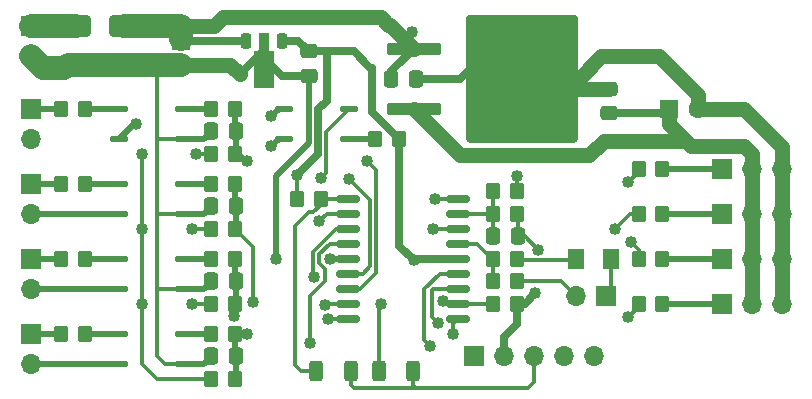
<source format=gtl>
G04 #@! TF.GenerationSoftware,KiCad,Pcbnew,8.0.6*
G04 #@! TF.CreationDate,2024-10-31T15:11:46-07:00*
G04 #@! TF.ProjectId,RocketServo,526f636b-6574-4536-9572-766f2e6b6963,n/c*
G04 #@! TF.SameCoordinates,Original*
G04 #@! TF.FileFunction,Copper,L1,Top*
G04 #@! TF.FilePolarity,Positive*
%FSLAX46Y46*%
G04 Gerber Fmt 4.6, Leading zero omitted, Abs format (unit mm)*
G04 Created by KiCad (PCBNEW 8.0.6) date 2024-10-31 15:11:46*
%MOMM*%
%LPD*%
G01*
G04 APERTURE LIST*
G04 Aperture macros list*
%AMRoundRect*
0 Rectangle with rounded corners*
0 $1 Rounding radius*
0 $2 $3 $4 $5 $6 $7 $8 $9 X,Y pos of 4 corners*
0 Add a 4 corners polygon primitive as box body*
4,1,4,$2,$3,$4,$5,$6,$7,$8,$9,$2,$3,0*
0 Add four circle primitives for the rounded corners*
1,1,$1+$1,$2,$3*
1,1,$1+$1,$4,$5*
1,1,$1+$1,$6,$7*
1,1,$1+$1,$8,$9*
0 Add four rect primitives between the rounded corners*
20,1,$1+$1,$2,$3,$4,$5,0*
20,1,$1+$1,$4,$5,$6,$7,0*
20,1,$1+$1,$6,$7,$8,$9,0*
20,1,$1+$1,$8,$9,$2,$3,0*%
%AMFreePoly0*
4,1,9,3.862500,-0.866500,0.737500,-0.866500,0.737500,-0.450000,-0.737500,-0.450000,-0.737500,0.450000,0.737500,0.450000,0.737500,0.866500,3.862500,0.866500,3.862500,-0.866500,3.862500,-0.866500,$1*%
G04 Aperture macros list end*
G04 #@! TA.AperFunction,SMDPad,CuDef*
%ADD10RoundRect,0.137500X-0.587500X-0.137500X0.587500X-0.137500X0.587500X0.137500X-0.587500X0.137500X0*%
G04 #@! TD*
G04 #@! TA.AperFunction,SMDPad,CuDef*
%ADD11RoundRect,0.150000X-0.875000X-0.150000X0.875000X-0.150000X0.875000X0.150000X-0.875000X0.150000X0*%
G04 #@! TD*
G04 #@! TA.AperFunction,SMDPad,CuDef*
%ADD12RoundRect,0.137500X0.587500X0.137500X-0.587500X0.137500X-0.587500X-0.137500X0.587500X-0.137500X0*%
G04 #@! TD*
G04 #@! TA.AperFunction,SMDPad,CuDef*
%ADD13RoundRect,0.225000X-0.225000X0.425000X-0.225000X-0.425000X0.225000X-0.425000X0.225000X0.425000X0*%
G04 #@! TD*
G04 #@! TA.AperFunction,SMDPad,CuDef*
%ADD14FreePoly0,270.000000*%
G04 #@! TD*
G04 #@! TA.AperFunction,SMDPad,CuDef*
%ADD15RoundRect,0.250000X-2.050000X-0.300000X2.050000X-0.300000X2.050000X0.300000X-2.050000X0.300000X0*%
G04 #@! TD*
G04 #@! TA.AperFunction,SMDPad,CuDef*
%ADD16RoundRect,0.250000X-2.025000X-2.375000X2.025000X-2.375000X2.025000X2.375000X-2.025000X2.375000X0*%
G04 #@! TD*
G04 #@! TA.AperFunction,SMDPad,CuDef*
%ADD17RoundRect,0.250002X-4.449998X-5.149998X4.449998X-5.149998X4.449998X5.149998X-4.449998X5.149998X0*%
G04 #@! TD*
G04 #@! TA.AperFunction,SMDPad,CuDef*
%ADD18RoundRect,0.250000X-0.312500X-0.625000X0.312500X-0.625000X0.312500X0.625000X-0.312500X0.625000X0*%
G04 #@! TD*
G04 #@! TA.AperFunction,SMDPad,CuDef*
%ADD19RoundRect,0.250000X-0.350000X-0.450000X0.350000X-0.450000X0.350000X0.450000X-0.350000X0.450000X0*%
G04 #@! TD*
G04 #@! TA.AperFunction,SMDPad,CuDef*
%ADD20RoundRect,0.250000X0.350000X0.450000X-0.350000X0.450000X-0.350000X-0.450000X0.350000X-0.450000X0*%
G04 #@! TD*
G04 #@! TA.AperFunction,ComponentPad*
%ADD21R,1.700000X1.700000*%
G04 #@! TD*
G04 #@! TA.AperFunction,ComponentPad*
%ADD22O,1.700000X1.700000*%
G04 #@! TD*
G04 #@! TA.AperFunction,SMDPad,CuDef*
%ADD23RoundRect,0.250001X-0.462499X-0.624999X0.462499X-0.624999X0.462499X0.624999X-0.462499X0.624999X0*%
G04 #@! TD*
G04 #@! TA.AperFunction,SMDPad,CuDef*
%ADD24RoundRect,0.250000X1.000000X0.650000X-1.000000X0.650000X-1.000000X-0.650000X1.000000X-0.650000X0*%
G04 #@! TD*
G04 #@! TA.AperFunction,SMDPad,CuDef*
%ADD25RoundRect,0.250000X0.337500X0.475000X-0.337500X0.475000X-0.337500X-0.475000X0.337500X-0.475000X0*%
G04 #@! TD*
G04 #@! TA.AperFunction,SMDPad,CuDef*
%ADD26RoundRect,0.250000X-0.337500X-0.475000X0.337500X-0.475000X0.337500X0.475000X-0.337500X0.475000X0*%
G04 #@! TD*
G04 #@! TA.AperFunction,ComponentPad*
%ADD27R,1.600000X1.600000*%
G04 #@! TD*
G04 #@! TA.AperFunction,ComponentPad*
%ADD28C,1.600000*%
G04 #@! TD*
G04 #@! TA.AperFunction,SMDPad,CuDef*
%ADD29RoundRect,0.250000X-0.475000X0.337500X-0.475000X-0.337500X0.475000X-0.337500X0.475000X0.337500X0*%
G04 #@! TD*
G04 #@! TA.AperFunction,SMDPad,CuDef*
%ADD30RoundRect,0.250000X0.475000X-0.337500X0.475000X0.337500X-0.475000X0.337500X-0.475000X-0.337500X0*%
G04 #@! TD*
G04 #@! TA.AperFunction,ViaPad*
%ADD31C,1.016000*%
G04 #@! TD*
G04 #@! TA.AperFunction,Conductor*
%ADD32C,0.304800*%
G04 #@! TD*
G04 #@! TA.AperFunction,Conductor*
%ADD33C,1.270000*%
G04 #@! TD*
G04 #@! TA.AperFunction,Conductor*
%ADD34C,0.635000*%
G04 #@! TD*
G04 #@! TA.AperFunction,Conductor*
%ADD35C,0.508000*%
G04 #@! TD*
G04 #@! TA.AperFunction,Conductor*
%ADD36C,2.032000*%
G04 #@! TD*
G04 APERTURE END LIST*
D10*
X88690000Y-120015000D03*
X88690000Y-122555000D03*
X94190000Y-122555000D03*
X94190000Y-120015000D03*
X88690000Y-113665000D03*
X88690000Y-116205000D03*
X94190000Y-116205000D03*
X94190000Y-113665000D03*
X88690000Y-107315000D03*
X88690000Y-109855000D03*
X94190000Y-109855000D03*
X94190000Y-107315000D03*
D11*
X108110000Y-108585000D03*
X108110000Y-109855000D03*
X108110000Y-111125000D03*
X108110000Y-112395000D03*
X108110000Y-113665000D03*
X108110000Y-114935000D03*
X108110000Y-116205000D03*
X108110000Y-117475000D03*
X108110000Y-118745000D03*
X117410000Y-118745000D03*
X117410000Y-117475000D03*
X117410000Y-116205000D03*
X117410000Y-114935000D03*
X117410000Y-113665000D03*
X117410000Y-112395000D03*
X117410000Y-111125000D03*
X117410000Y-109855000D03*
X117410000Y-108585000D03*
D12*
X108160000Y-103505000D03*
X108160000Y-100965000D03*
X102660000Y-100965000D03*
X102660000Y-103505000D03*
D10*
X88690000Y-100965000D03*
X88690000Y-103505000D03*
X94190000Y-103505000D03*
X94190000Y-100965000D03*
D13*
X102465000Y-95205000D03*
D14*
X100965000Y-95292500D03*
D13*
X99465000Y-95205000D03*
D15*
X113665000Y-95885000D03*
D16*
X120390000Y-95650000D03*
X120390000Y-101200000D03*
D17*
X122815000Y-98425000D03*
D16*
X125240000Y-95650000D03*
X125240000Y-101200000D03*
D15*
X113665000Y-100965000D03*
D18*
X110682500Y-123190000D03*
X113607500Y-123190000D03*
X105410000Y-123190000D03*
X108335000Y-123190000D03*
D19*
X96520000Y-123825000D03*
X98520000Y-123825000D03*
X96520000Y-117475000D03*
X98520000Y-117475000D03*
X96520000Y-111125000D03*
X98520000Y-111125000D03*
D20*
X98520000Y-120015000D03*
X96520000Y-120015000D03*
X98520000Y-113665000D03*
X96520000Y-113665000D03*
X98520000Y-107315000D03*
X96520000Y-107315000D03*
X85820000Y-120015000D03*
X83820000Y-120015000D03*
X85820000Y-113665000D03*
X83820000Y-113665000D03*
X85820000Y-107315000D03*
X83820000Y-107315000D03*
X122380000Y-113665000D03*
X120380000Y-113665000D03*
X134715000Y-117475000D03*
X132715000Y-117475000D03*
X134715000Y-113665000D03*
X132715000Y-113665000D03*
X134715000Y-109855000D03*
X132715000Y-109855000D03*
X112395000Y-103505000D03*
X110395000Y-103505000D03*
X122380000Y-109855000D03*
X120380000Y-109855000D03*
D19*
X120380000Y-107950000D03*
X122380000Y-107950000D03*
X120380000Y-115570000D03*
X122380000Y-115570000D03*
D20*
X122380000Y-117475000D03*
X120380000Y-117475000D03*
D19*
X103775000Y-108585000D03*
X105775000Y-108585000D03*
D20*
X134715000Y-106045000D03*
X132715000Y-106045000D03*
D19*
X96520000Y-104775000D03*
X98520000Y-104775000D03*
D20*
X98520000Y-100965000D03*
X96520000Y-100965000D03*
X85820000Y-100965000D03*
X83820000Y-100965000D03*
D21*
X139795000Y-117475000D03*
D22*
X142335000Y-117475000D03*
X144875000Y-117475000D03*
D21*
X139795000Y-113665000D03*
D22*
X142335000Y-113665000D03*
X144875000Y-113665000D03*
D21*
X139795000Y-109855000D03*
D22*
X142335000Y-109855000D03*
X144875000Y-109855000D03*
D21*
X139795000Y-106045000D03*
D22*
X142335000Y-106045000D03*
X144875000Y-106045000D03*
D21*
X81280000Y-120015000D03*
D22*
X81280000Y-122555000D03*
D21*
X81280000Y-113665000D03*
D22*
X81280000Y-116205000D03*
D21*
X81280000Y-107315000D03*
D22*
X81280000Y-109855000D03*
D21*
X81280000Y-100965000D03*
D22*
X81280000Y-103505000D03*
X81280000Y-96520000D03*
D21*
X81280000Y-93980000D03*
X129905000Y-116840000D03*
D22*
X127365000Y-116840000D03*
D21*
X118745000Y-121920000D03*
D22*
X121285000Y-121920000D03*
X123825000Y-121920000D03*
X126365000Y-121920000D03*
X128905000Y-121920000D03*
D23*
X127365000Y-113665000D03*
X130340000Y-113665000D03*
D24*
X89090000Y-93980000D03*
X85090000Y-93980000D03*
D25*
X98595000Y-121920000D03*
X96520000Y-121920000D03*
X98595000Y-115570000D03*
X96520000Y-115570000D03*
X98595000Y-109220000D03*
X96520000Y-109220000D03*
D26*
X120380000Y-111760000D03*
X122455000Y-111760000D03*
X111760000Y-98425000D03*
X113835000Y-98425000D03*
D27*
X135255000Y-100965000D03*
D28*
X137755000Y-100965000D03*
D29*
X104775000Y-96117500D03*
X104775000Y-98192500D03*
D30*
X130175000Y-101367500D03*
X130175000Y-99292500D03*
D27*
X93980000Y-95250000D03*
D28*
X93980000Y-97250000D03*
D25*
X98595000Y-102870000D03*
X96520000Y-102870000D03*
D31*
X122428000Y-106680000D03*
X113538000Y-94488000D03*
X124206000Y-112903000D03*
X106553000Y-113665000D03*
X101981000Y-113665000D03*
X115443000Y-108585000D03*
X105791000Y-106807000D03*
X113638856Y-113813400D03*
X123952000Y-116586000D03*
X122815000Y-98425000D03*
X103759000Y-106553000D03*
X95250000Y-104775000D03*
X90678000Y-104775000D03*
X90678000Y-111125000D03*
X90678000Y-117475000D03*
X94869000Y-111125000D03*
X94869000Y-117475000D03*
X115697000Y-119126000D03*
X115062000Y-121031000D03*
X110871000Y-117475000D03*
X116099400Y-117274627D03*
X104902000Y-120777000D03*
X106117251Y-117547251D03*
X100076000Y-117348000D03*
X106426000Y-118745000D03*
X98425000Y-118491000D03*
X99568000Y-120015000D03*
X116967000Y-120036400D03*
X131826000Y-107188000D03*
X108204000Y-106934000D03*
X130683000Y-111125000D03*
X115316000Y-111125000D03*
X132080000Y-112268000D03*
X105664000Y-110490000D03*
X131826000Y-118618000D03*
X105210749Y-115243749D03*
X109728000Y-105410000D03*
X99568000Y-105410000D03*
X90170000Y-102235000D03*
X101600000Y-101600000D03*
X101600000Y-104140000D03*
D32*
X113665000Y-124587000D02*
X108585000Y-124587000D01*
X123317000Y-124587000D02*
X113665000Y-124587000D01*
X113665000Y-124587000D02*
X113665000Y-124460000D01*
X113665000Y-124460000D02*
X113607500Y-124402500D01*
X123825000Y-121920000D02*
X123825000Y-124079000D01*
X123825000Y-124079000D02*
X123317000Y-124587000D01*
X108585000Y-124587000D02*
X108335000Y-124337000D01*
D33*
X136715500Y-103695500D02*
X129730500Y-103695500D01*
D32*
X122380000Y-107950000D02*
X122380000Y-106728000D01*
D33*
X117606000Y-104906000D02*
X113665000Y-100965000D01*
X129730500Y-103695500D02*
X128520000Y-104906000D01*
D32*
X122380000Y-106728000D02*
X122428000Y-106680000D01*
D33*
X137160000Y-104140000D02*
X136715500Y-103695500D01*
D32*
X113538000Y-94488000D02*
X113538000Y-95758000D01*
X113538000Y-95758000D02*
X113665000Y-95885000D01*
D33*
X128520000Y-104906000D02*
X117606000Y-104906000D01*
D34*
X112395000Y-112569544D02*
X113638856Y-113813400D01*
X113787256Y-113665000D02*
X113638856Y-113813400D01*
D32*
X127216600Y-113813400D02*
X127365000Y-113665000D01*
X122380000Y-113665000D02*
X122528400Y-113813400D01*
X122528400Y-113813400D02*
X127216600Y-113813400D01*
X123063000Y-111760000D02*
X124206000Y-112903000D01*
X122455000Y-111760000D02*
X123063000Y-111760000D01*
D34*
X112395000Y-103505000D02*
X112395000Y-112569544D01*
X117410000Y-113665000D02*
X113787256Y-113665000D01*
X106150500Y-96117500D02*
X106275518Y-96242518D01*
D32*
X105791000Y-106807000D02*
X106216400Y-106381600D01*
D34*
X105546500Y-101024118D02*
X105546500Y-104765500D01*
X104775000Y-96117500D02*
X106150500Y-96117500D01*
D32*
X105642600Y-113287899D02*
X106535499Y-112395000D01*
X106216400Y-106381600D02*
X106216400Y-102908600D01*
D34*
X106275518Y-100295100D02*
X105546500Y-101024118D01*
D35*
X108110000Y-113665000D02*
X106553000Y-113665000D01*
D32*
X106175899Y-114575400D02*
X105642600Y-114042101D01*
D34*
X106275518Y-96242518D02*
X106275518Y-100295100D01*
X105546500Y-104765500D02*
X103759000Y-106553000D01*
D32*
X105642600Y-114042101D02*
X105642600Y-113287899D01*
X108110000Y-111125000D02*
X107085001Y-111125000D01*
D35*
X101981000Y-106680000D02*
X104775000Y-103886000D01*
D32*
X107085001Y-111125000D02*
X105137800Y-113072201D01*
X105137800Y-115170800D02*
X105210749Y-115243749D01*
X106175899Y-115566101D02*
X106175899Y-114575400D01*
X105137800Y-113072201D02*
X105137800Y-115170800D01*
X106216400Y-102908600D02*
X108160000Y-100965000D01*
X104902000Y-116840000D02*
X106175899Y-115566101D01*
X106535499Y-112395000D02*
X108110000Y-112395000D01*
X104902000Y-120777000D02*
X104902000Y-116840000D01*
D35*
X101981000Y-113665000D02*
X101981000Y-106680000D01*
X104775000Y-103886000D02*
X104775000Y-98192500D01*
D32*
X117410000Y-108585000D02*
X115443000Y-108585000D01*
D34*
X112395000Y-103505000D02*
X110109000Y-101219000D01*
X110109000Y-97536000D02*
X109982000Y-97536000D01*
X110109000Y-101219000D02*
X110109000Y-97536000D01*
X109982000Y-97536000D02*
X108563500Y-96117500D01*
X108563500Y-96117500D02*
X104775000Y-96117500D01*
X122380000Y-117475000D02*
X123063000Y-117475000D01*
X123063000Y-117475000D02*
X123952000Y-116586000D01*
D32*
X103759000Y-106553000D02*
X103759000Y-108569000D01*
X103759000Y-108569000D02*
X103775000Y-108585000D01*
D36*
X84344000Y-97266000D02*
X92075000Y-97266000D01*
X92075000Y-97266000D02*
X93980000Y-97266000D01*
D32*
X91948000Y-103505000D02*
X91948000Y-97393000D01*
X91948000Y-97393000D02*
X92075000Y-97266000D01*
X96520000Y-104775000D02*
X95250000Y-104775000D01*
X90678000Y-111125000D02*
X90678000Y-104775000D01*
X90678000Y-117475000D02*
X90678000Y-111125000D01*
X94869000Y-123825000D02*
X91948000Y-123825000D01*
X91948000Y-123825000D02*
X90678000Y-122555000D01*
X90678000Y-122555000D02*
X90678000Y-117475000D01*
X91948000Y-109855000D02*
X91948000Y-103505000D01*
X91948000Y-103505000D02*
X94190000Y-103505000D01*
X91948000Y-116205000D02*
X91948000Y-109855000D01*
X91948000Y-109855000D02*
X94190000Y-109855000D01*
X94190000Y-122555000D02*
X92583000Y-122555000D01*
X92583000Y-122555000D02*
X91948000Y-121920000D01*
X91948000Y-121920000D02*
X91948000Y-116205000D01*
X91948000Y-116205000D02*
X94190000Y-116205000D01*
X96520000Y-111125000D02*
X94869000Y-111125000D01*
X94869000Y-117475000D02*
X96520000Y-117475000D01*
X96520000Y-123825000D02*
X94869000Y-123825000D01*
X115697000Y-119126000D02*
X115189000Y-118618000D01*
X115189000Y-118618000D02*
X115189000Y-116332000D01*
X115189000Y-116332000D02*
X115316000Y-116205000D01*
X115316000Y-116205000D02*
X117410000Y-116205000D01*
X115872104Y-114935000D02*
X117410000Y-114935000D01*
X114557200Y-120526200D02*
X114557200Y-116249904D01*
X114557200Y-116249904D02*
X115872104Y-114935000D01*
X115062000Y-121031000D02*
X114557200Y-120526200D01*
X117410000Y-118745000D02*
X116967000Y-119188000D01*
X117410000Y-117475000D02*
X116299773Y-117475000D01*
X116967000Y-119188000D02*
X116967000Y-120036400D01*
X116299773Y-117475000D02*
X116099400Y-117274627D01*
X127365000Y-116840000D02*
X126095000Y-115570000D01*
X126095000Y-115570000D02*
X122380000Y-115570000D01*
X105410000Y-123190000D02*
X104140000Y-123190000D01*
X104140000Y-123190000D02*
X103632000Y-122682000D01*
X103632000Y-122682000D02*
X103632000Y-110871000D01*
X103632000Y-110871000D02*
X104775000Y-109728000D01*
X104775000Y-109728000D02*
X105156000Y-109728000D01*
X105156000Y-109728000D02*
X105775000Y-109109000D01*
X105775000Y-109109000D02*
X105775000Y-108585000D01*
X105775000Y-108585000D02*
X108110000Y-108585000D01*
X108335000Y-123190000D02*
X108335000Y-124337000D01*
X113607500Y-124402500D02*
X113607500Y-123190000D01*
X110682500Y-123190000D02*
X110682500Y-117663500D01*
X110682500Y-117663500D02*
X110871000Y-117475000D01*
X108110000Y-117475000D02*
X106189502Y-117475000D01*
X106189502Y-117475000D02*
X106117251Y-117547251D01*
X100076000Y-117348000D02*
X100076000Y-112681000D01*
X100076000Y-112681000D02*
X98520000Y-111125000D01*
X108110000Y-118745000D02*
X106426000Y-118745000D01*
X98425000Y-118491000D02*
X98425000Y-117570000D01*
X98425000Y-117570000D02*
X98520000Y-117475000D01*
X99568000Y-120015000D02*
X98520000Y-120015000D01*
D34*
X121285000Y-121920000D02*
X121285000Y-120269000D01*
X121285000Y-120269000D02*
X122380000Y-119174000D01*
X122380000Y-119174000D02*
X122380000Y-117475000D01*
D32*
X132715000Y-106045000D02*
X132715000Y-106299000D01*
X109134999Y-116205000D02*
X108110000Y-116205000D01*
X109982000Y-108712000D02*
X109982000Y-114300000D01*
X109728000Y-105410000D02*
X110486800Y-106168800D01*
X110486800Y-114853199D02*
X109134999Y-116205000D01*
X110486800Y-106168800D02*
X110486800Y-114853199D01*
X132715000Y-106299000D02*
X131826000Y-107188000D01*
X109982000Y-114300000D02*
X109347000Y-114935000D01*
X108204000Y-106934000D02*
X109982000Y-108712000D01*
X109347000Y-114935000D02*
X108110000Y-114935000D01*
X132715000Y-109855000D02*
X131953000Y-109855000D01*
X131953000Y-109855000D02*
X130683000Y-111125000D01*
X115316000Y-111125000D02*
X117410000Y-111125000D01*
X132715000Y-113665000D02*
X132715000Y-112903000D01*
X132715000Y-112903000D02*
X132080000Y-112268000D01*
X105664000Y-110490000D02*
X106299000Y-109855000D01*
X106299000Y-109855000D02*
X108110000Y-109855000D01*
X132715000Y-117475000D02*
X132715000Y-117729000D01*
X132715000Y-117729000D02*
X131826000Y-118618000D01*
X130340000Y-113665000D02*
X130340000Y-116405000D01*
X130340000Y-116405000D02*
X129905000Y-116840000D01*
X120380000Y-113665000D02*
X120269000Y-113665000D01*
X120269000Y-113665000D02*
X118999000Y-112395000D01*
X118999000Y-112395000D02*
X117410000Y-112395000D01*
X120380000Y-115570000D02*
X120380000Y-113665000D01*
X120380000Y-117475000D02*
X117410000Y-117475000D01*
X122455000Y-111760000D02*
X122455000Y-109930000D01*
X122455000Y-109930000D02*
X122380000Y-109855000D01*
X120380000Y-109855000D02*
X117410000Y-109855000D01*
X120380000Y-111760000D02*
X120380000Y-109855000D01*
X120380000Y-107950000D02*
X120380000Y-109855000D01*
D34*
X102465000Y-95205000D02*
X103862500Y-95205000D01*
X103862500Y-95205000D02*
X104775000Y-96117500D01*
X104775000Y-98192500D02*
X103746212Y-98192500D01*
X102489000Y-98171000D02*
X100965000Y-96647000D01*
X103746212Y-98192500D02*
X103724712Y-98171000D01*
X103724712Y-98171000D02*
X102489000Y-98171000D01*
X100965000Y-96647000D02*
X100965000Y-95292500D01*
X98933000Y-98044000D02*
X100965000Y-96012000D01*
X100965000Y-96012000D02*
X100965000Y-95292500D01*
D33*
X93980000Y-97250000D02*
X98139000Y-97250000D01*
X98139000Y-97250000D02*
X98933000Y-98044000D01*
X93980000Y-93980000D02*
X96774000Y-93980000D01*
X110871000Y-93218000D02*
X111506000Y-93853000D01*
X111506000Y-93853000D02*
X111633000Y-93853000D01*
X96774000Y-93980000D02*
X97536000Y-93218000D01*
X97536000Y-93218000D02*
X110871000Y-93218000D01*
X111633000Y-93853000D02*
X113665000Y-95885000D01*
D34*
X130175000Y-101367500D02*
X134852500Y-101367500D01*
X134852500Y-101367500D02*
X135255000Y-100965000D01*
D32*
X98520000Y-104775000D02*
X98933000Y-104775000D01*
X98933000Y-104775000D02*
X99568000Y-105410000D01*
D35*
X108160000Y-103505000D02*
X110395000Y-103505000D01*
D34*
X111760000Y-98425000D02*
X111760000Y-97790000D01*
X111760000Y-97790000D02*
X113665000Y-95885000D01*
X113835000Y-98425000D02*
X117615000Y-98425000D01*
X117615000Y-98425000D02*
X120390000Y-95650000D01*
X99465000Y-95205000D02*
X94025000Y-95205000D01*
X94025000Y-95205000D02*
X93980000Y-95250000D01*
D36*
X89090000Y-93980000D02*
X93980000Y-93980000D01*
X93980000Y-93980000D02*
X93980000Y-95034000D01*
X81280000Y-96520000D02*
X82296000Y-97536000D01*
X84074000Y-97536000D02*
X84344000Y-97266000D01*
X82296000Y-97536000D02*
X84074000Y-97536000D01*
X81280000Y-93980000D02*
X85090000Y-93980000D01*
D35*
X90170000Y-102235000D02*
X89960000Y-102235000D01*
X89960000Y-102235000D02*
X88690000Y-103505000D01*
X102660000Y-100965000D02*
X102235000Y-100965000D01*
X102235000Y-100965000D02*
X101600000Y-101600000D01*
X102660000Y-103505000D02*
X102235000Y-103505000D01*
X102235000Y-103505000D02*
X101600000Y-104140000D01*
D33*
X137755000Y-100965000D02*
X137755000Y-99833630D01*
X137755000Y-99833630D02*
X134441370Y-96520000D01*
X134441370Y-96520000D02*
X129540000Y-96520000D01*
X129540000Y-96520000D02*
X127635000Y-98425000D01*
X127635000Y-98425000D02*
X122815000Y-98425000D01*
X130175000Y-99292500D02*
X127147500Y-99292500D01*
X127147500Y-99292500D02*
X125240000Y-101200000D01*
X142335000Y-106045000D02*
X142335000Y-104842919D01*
X142335000Y-104842919D02*
X141632081Y-104140000D01*
X141632081Y-104140000D02*
X137160000Y-104140000D01*
X137160000Y-104140000D02*
X135255000Y-102235000D01*
X135255000Y-102235000D02*
X135255000Y-100965000D01*
X144875000Y-106045000D02*
X144875000Y-104235000D01*
X144875000Y-104235000D02*
X141605000Y-100965000D01*
X141605000Y-100965000D02*
X137755000Y-100965000D01*
X144875000Y-109855000D02*
X144875000Y-106045000D01*
X144875000Y-113665000D02*
X144875000Y-109855000D01*
X144875000Y-117475000D02*
X144875000Y-113665000D01*
X142335000Y-109855000D02*
X142335000Y-106045000D01*
X142335000Y-113665000D02*
X142335000Y-109855000D01*
X142335000Y-117475000D02*
X142335000Y-113665000D01*
D35*
X134715000Y-117475000D02*
X139795000Y-117475000D01*
X134715000Y-113665000D02*
X139795000Y-113665000D01*
X134715000Y-109855000D02*
X139795000Y-109855000D01*
X134715000Y-106045000D02*
X139795000Y-106045000D01*
X94190000Y-103505000D02*
X95885000Y-103505000D01*
X95885000Y-103505000D02*
X96520000Y-102870000D01*
X94190000Y-109855000D02*
X95885000Y-109855000D01*
X95885000Y-109855000D02*
X96520000Y-109220000D01*
X94190000Y-116205000D02*
X95885000Y-116205000D01*
X95885000Y-116205000D02*
X96520000Y-115570000D01*
X94190000Y-122555000D02*
X95885000Y-122555000D01*
X95885000Y-122555000D02*
X96520000Y-121920000D01*
X98595000Y-121920000D02*
X98595000Y-123750000D01*
X98595000Y-123750000D02*
X98520000Y-123825000D01*
X98520000Y-120015000D02*
X98520000Y-121845000D01*
X98520000Y-121845000D02*
X98595000Y-121920000D01*
X98595000Y-115570000D02*
X98595000Y-117400000D01*
X98595000Y-117400000D02*
X98520000Y-117475000D01*
X98520000Y-113665000D02*
X98520000Y-115495000D01*
X98520000Y-115495000D02*
X98595000Y-115570000D01*
X98595000Y-109220000D02*
X98595000Y-111050000D01*
X98595000Y-111050000D02*
X98520000Y-111125000D01*
X98520000Y-107315000D02*
X98520000Y-109145000D01*
X98520000Y-109145000D02*
X98595000Y-109220000D01*
X98595000Y-102870000D02*
X98595000Y-104700000D01*
X98595000Y-104700000D02*
X98520000Y-104775000D01*
X98520000Y-100965000D02*
X98520000Y-102795000D01*
X98520000Y-102795000D02*
X98595000Y-102870000D01*
X94190000Y-100965000D02*
X96520000Y-100965000D01*
X94190000Y-107315000D02*
X96520000Y-107315000D01*
X94190000Y-113665000D02*
X96520000Y-113665000D01*
X94190000Y-120015000D02*
X96520000Y-120015000D01*
X81280000Y-122555000D02*
X88690000Y-122555000D01*
X85820000Y-120015000D02*
X88690000Y-120015000D01*
X81280000Y-120015000D02*
X83820000Y-120015000D01*
X81280000Y-116205000D02*
X88690000Y-116205000D01*
X85820000Y-113665000D02*
X88690000Y-113665000D01*
X81280000Y-113665000D02*
X83820000Y-113665000D01*
X81280000Y-109855000D02*
X88690000Y-109855000D01*
X85820000Y-107315000D02*
X88690000Y-107315000D01*
X81280000Y-107315000D02*
X83820000Y-107315000D01*
X85820000Y-100965000D02*
X88690000Y-100965000D01*
X81280000Y-100965000D02*
X83820000Y-100965000D01*
M02*

</source>
